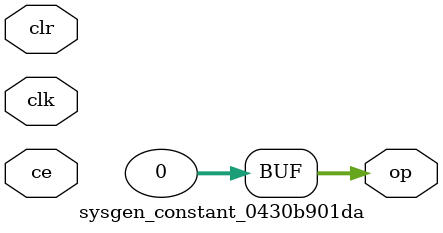
<source format=v>
module sysgen_constant_0430b901da (
  output [(32 - 1):0] op,
  input clk,
  input ce,
  input clr);
  assign op = 32'b00000000000000000000000000000000;
endmodule
</source>
